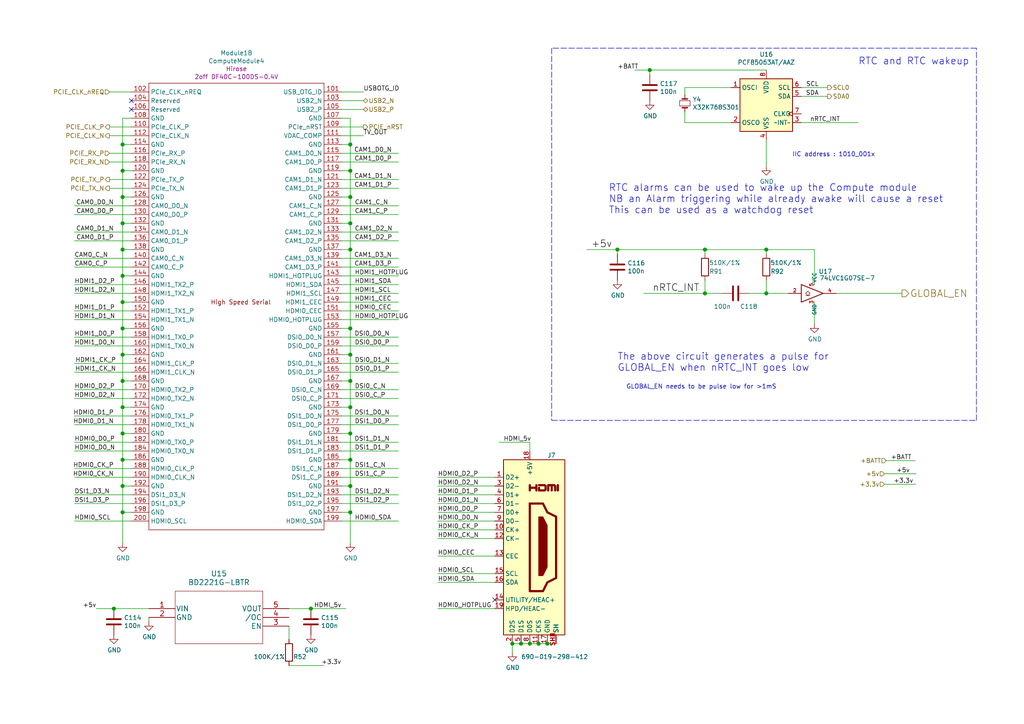
<source format=kicad_sch>
(kicad_sch (version 20210621) (generator eeschema)
  (paper "A4")
  (title_block (title "srvant-board MK1") (date "2021-07-14") (rev "rev-0.1dev"))
  (lib_symbols
    (symbol "BD2221G-LBTR:BD2221G-LBTR" (pin_names (offset 0.254))
      (property "Reference" "U" (at 20.32 10.16 0))
      (property "Value" "BD2221G-LBTR" (at 20.32 7.62 0))
      (symbol "BD2221G-LBTR_1_1"
        (polyline (pts (xy 7.62 -10.16) (xy 33.02 -10.16)) (stroke (width 0.127)))
        (polyline (pts (xy 7.62 5.08) (xy 7.62 -10.16)) (stroke (width 0.127)))
        (polyline (pts (xy 33.02 -10.16) (xy 33.02 5.08)) (stroke (width 0.127)))
        (polyline (pts (xy 33.02 5.08) (xy 7.62 5.08)) (stroke (width 0.127)))
        (pin unspecified line (at 0 0 0) (length 7.62) (name "VIN") (number "1"))
        (pin power_in line (at 0 -2.54 0) (length 7.62) (name "GND") (number "2"))
        (pin unspecified line (at 40.64 -5.08 180) (length 7.62) (name "EN") (number "3"))
        (pin unspecified line (at 40.64 -2.54 180) (length 7.62) (name "/OC") (number "4"))
        (pin output line (at 40.64 0 180) (length 7.62) (name "VOUT") (number "5"))
      )
    )
    (symbol "CM4IO:74LVC1G07_copy"
      (property "Reference" "U" (at -2.54 3.81 0))
      (property "Value" "74LVC1G07_copy" (at 0 -3.81 0))
      (symbol "74LVC1G07_copy_0_1"
        (polyline (pts (xy -2.54 -0.635) (xy -1.27 -0.635)))
        (polyline (pts (xy -3.81 2.54) (xy -3.81 -2.54) (xy 2.54 0) (xy -3.81 2.54)) (stroke (width 0.254)))
        (polyline (pts (xy -1.905 0.635) (xy -2.54 0) (xy -1.905 -0.635) (xy -1.27 0) (xy -1.905 0.635)))
      )
      (symbol "74LVC1G07_copy_1_1"
        (pin input line (at -7.62 0 0) (length 3.81) (name "~") (number "2"))
        (pin power_in line (at 0 -2.54 270) (length 0) (name "GND") (number "3"))
        (pin open_collector line (at 6.35 0 180) (length 3.81) (name "~") (number "4"))
        (pin power_in line (at 0 2.54 90) (length 0) (name "VCC") (number "5"))
      )
    )
    (symbol "CM4IO:ComputeModule4-CM4"
      (property "Reference" "Module" (at 113.03 -68.58 0))
      (property "Value" "ComputeModule4-CM4" (at 140.97 2.54 0))
      (property "Field4" "Hirose" (at 0 0 0))
      (property "Field5" "2x DF40C-100DS-0.4V" (at 0 -2.54 0))
      (symbol "ComputeModule4-CM4_1_0"
        (text "GPIO" (at 0 6.35 0) (effects (font (size 1.27 1.27))))
      )
      (symbol "ComputeModule4-CM4_1_1"
        (text "600mA Max" (at -8.89 -53.34 0) (effects (font (size 1.27 1.27))))
        (text "600mA Max" (at -8.89 -48.26 0) (effects (font (size 1.27 1.27))))
        (text "NB SD signals are only available" (at -1.27 -27.94 0) (effects (font (size 1.27 1.27))))
        (text "on modules without eMMC" (at -1.27 -30.48 0) (effects (font (size 1.27 1.27))))
        (rectangle (start -30.48 -71.12) (end 25.4 58.42))
        (pin power_in line (at 27.94 55.88 180) (length 2.54) (name "GND") (number "1"))
        (pin passive line (at -33.02 45.72 0) (length 2.54) (name "Ethernet_Pair0_N") (number "10"))
        (pin output line (at -33.02 -68.58 0) (length 2.54) (name "nEXTRST") (number "100"))
        (pin passive line (at 27.94 43.18 180) (length 2.54) (name "Ethernet_Pair2_P") (number "11"))
        (pin passive line (at -33.02 43.18 0) (length 2.54) (name "Ethernet_Pair0_P") (number "12"))
        (pin power_in line (at 27.94 40.64 180) (length 2.54) (name "GND") (number "13"))
        (pin power_in line (at -33.02 40.64 0) (length 2.54) (name "GND") (number "14"))
        (pin output line (at 27.94 38.1 180) (length 2.54) (name "Ethernet_nLED3(3.3v)") (number "15"))
        (pin input line (at -33.02 38.1 0) (length 2.54) (name "Ethernet_SYNC_IN(1.8v)") (number "16"))
        (pin output line (at 27.94 35.56 180) (length 2.54) (name "Ethernet_nLED2(3.3v)") (number "17"))
        (pin input line (at -33.02 35.56 0) (length 2.54) (name "Ethernet_SYNC_OUT(1.8v)") (number "18"))
        (pin output line (at 27.94 33.02 180) (length 2.54) (name "Ethernet_nLED1(3.3v)") (number "19"))
        (pin power_in line (at -33.02 55.88 0) (length 2.54) (name "GND") (number "2"))
        (pin passive line (at -33.02 33.02 0) (length 2.54) (name "EEPROM_nWP") (number "20"))
        (pin open_collector line (at 27.94 30.48 180) (length 2.54) (name "PI_nLED_Activity") (number "21"))
        (pin power_in line (at -33.02 30.48 0) (length 2.54) (name "GND") (number "22"))
        (pin power_in line (at 27.94 27.94 180) (length 2.54) (name "GND") (number "23"))
        (pin passive line (at -33.02 27.94 0) (length 2.54) (name "GPIO26") (number "24"))
        (pin passive line (at 27.94 25.4 180) (length 2.54) (name "GPIO21") (number "25"))
        (pin passive line (at -33.02 25.4 0) (length 2.54) (name "GPIO19") (number "26"))
        (pin passive line (at 27.94 22.86 180) (length 2.54) (name "GPIO20") (number "27"))
        (pin passive line (at -33.02 22.86 0) (length 2.54) (name "GPIO13") (number "28"))
        (pin passive line (at 27.94 20.32 180) (length 2.54) (name "GPIO16") (number "29"))
        (pin passive line (at 27.94 53.34 180) (length 2.54) (name "Ethernet_Pair3_P") (number "3"))
        (pin passive line (at -33.02 20.32 0) (length 2.54) (name "GPIO6") (number "30"))
        (pin passive line (at 27.94 17.78 180) (length 2.54) (name "GPIO12") (number "31"))
        (pin power_in line (at -33.02 17.78 0) (length 2.54) (name "GND") (number "32"))
        (pin power_in line (at 27.94 15.24 180) (length 2.54) (name "GND") (number "33"))
        (pin passive line (at -33.02 15.24 0) (length 2.54) (name "GPIO5") (number "34"))
        (pin passive line (at 27.94 12.7 180) (length 2.54) (name "ID_SC") (number "35"))
        (pin passive line (at -33.02 12.7 0) (length 2.54) (name "ID_SD") (number "36"))
        (pin passive line (at 27.94 10.16 180) (length 2.54) (name "GPIO7") (number "37"))
        (pin passive line (at -33.02 10.16 0) (length 2.54) (name "GPIO11") (number "38"))
        (pin passive line (at 27.94 7.62 180) (length 2.54) (name "GPIO8") (number "39"))
        (pin passive line (at -33.02 53.34 0) (length 2.54) (name "Ethernet_Pair1_P") (number "4"))
        (pin passive line (at -33.02 7.62 0) (length 2.54) (name "GPIO9") (number "40"))
        (pin passive line (at 27.94 5.08 180) (length 2.54) (name "GPIO25") (number "41"))
        (pin power_in line (at -33.02 5.08 0) (length 2.54) (name "GND") (number "42"))
        (pin power_in line (at 27.94 2.54 180) (length 2.54) (name "GND") (number "43"))
        (pin passive line (at -33.02 2.54 0) (length 2.54) (name "GPIO10") (number "44"))
        (pin passive line (at 27.94 0 180) (length 2.54) (name "GPIO24") (number "45"))
        (pin passive line (at -33.02 0 0) (length 2.54) (name "GPIO22") (number "46"))
        (pin passive line (at 27.94 -2.54 180) (length 2.54) (name "GPIO23") (number "47"))
        (pin passive line (at -33.02 -2.54 0) (length 2.54) (name "GPIO27") (number "48"))
        (pin passive line (at 27.94 -5.08 180) (length 2.54) (name "GPIO18") (number "49"))
        (pin passive line (at 27.94 50.8 180) (length 2.54) (name "Ethernet_Pair3_N") (number "5"))
        (pin passive line (at -33.02 -5.08 0) (length 2.54) (name "GPIO17") (number "50"))
        (pin passive line (at 27.94 -7.62 180) (length 2.54) (name "GPIO15") (number "51"))
        (pin power_in line (at -33.02 -7.62 0) (length 2.54) (name "GND") (number "52"))
        (pin power_in line (at 27.94 -10.16 180) (length 2.54) (name "GND") (number "53"))
        (pin passive line (at -33.02 -10.16 0) (length 2.54) (name "GPIO4") (number "54"))
        (pin passive line (at 27.94 -12.7 180) (length 2.54) (name "GPIO14") (number "55"))
        (pin passive line (at -33.02 -12.7 0) (length 2.54) (name "GPIO3") (number "56"))
        (pin passive line (at 27.94 -15.24 180) (length 2.54) (name "SD_CLK") (number "57"))
        (pin passive line (at -33.02 -15.24 0) (length 2.54) (name "GPIO2") (number "58"))
        (pin power_in line (at 27.94 -17.78 180) (length 2.54) (name "GND") (number "59"))
        (pin passive line (at -33.02 50.8 0) (length 2.54) (name "Ethernet_Pair1_N") (number "6"))
        (pin power_in line (at -33.02 -17.78 0) (length 2.54) (name "GND") (number "60"))
        (pin passive line (at 27.94 -20.32 180) (length 2.54) (name "SD_DAT3") (number "61"))
        (pin passive line (at -33.02 -20.32 0) (length 2.54) (name "SD_CMD") (number "62"))
        (pin passive line (at 27.94 -22.86 180) (length 2.54) (name "SD_DAT0") (number "63"))
        (pin passive line (at -33.02 -22.86 0) (length 2.54) (name "SD_DAT5") (number "64"))
        (pin power_in line (at 27.94 -25.4 180) (length 2.54) (name "GND") (number "65"))
        (pin power_in line (at -33.02 -25.4 0) (length 2.54) (name "GND") (number "66"))
        (pin passive line (at 27.94 -27.94 180) (length 2.54) (name "SD_DAT1") (number "67"))
        (pin passive line (at -33.02 -27.94 0) (length 2.54) (name "SD_DAT4") (number "68"))
        (pin passive line (at 27.94 -30.48 180) (length 2.54) (name "SD_DAT2") (number "69"))
        (pin power_in line (at 27.94 48.26 180) (length 2.54) (name "GND") (number "7"))
        (pin passive line (at -33.02 -30.48 0) (length 2.54) (name "SD_DAT7") (number "70"))
        (pin power_in line (at 27.94 -33.02 180) (length 2.54) (name "GND") (number "71"))
        (pin passive line (at -33.02 -33.02 0) (length 2.54) (name "SD_DAT6") (number "72"))
        (pin input line (at 27.94 -35.56 180) (length 2.54) (name "SD_VDD_Override") (number "73"))
        (pin power_in line (at -33.02 -35.56 0) (length 2.54) (name "GND") (number "74"))
        (pin output line (at 27.94 -38.1 180) (length 2.54) (name "SD_PWR_ON") (number "75"))
        (pin passive line (at -33.02 -38.1 0) (length 2.54) (name "Reserved") (number "76"))
        (pin power_in line (at 27.94 -40.64 180) (length 2.54) (name "+5v_(Input)") (number "77"))
        (pin power_in line (at -33.02 -40.64 0) (length 2.54) (name "GPIO_VREF(1.8v/3.3v_Input)") (number "78"))
        (pin power_in line (at 27.94 -43.18 180) (length 2.54) (name "+5v_(Input)") (number "79"))
        (pin power_in line (at -33.02 48.26 0) (length 2.54) (name "GND") (number "8"))
        (pin passive line (at -33.02 -43.18 0) (length 2.54) (name "SCL0") (number "80"))
        (pin power_in line (at 27.94 -45.72 180) (length 2.54) (name "+5v_(Input)") (number "81"))
        (pin passive line (at -33.02 -45.72 0) (length 2.54) (name "SDA0") (number "82"))
        (pin power_in line (at 27.94 -48.26 180) (length 2.54) (name "+5v_(Input)") (number "83"))
        (pin power_out line (at -33.02 -48.26 0) (length 2.54) (name "+3.3v_(Output)") (number "84"))
        (pin power_in line (at 27.94 -50.8 180) (length 2.54) (name "+5v_(Input)") (number "85"))
        (pin power_out line (at -33.02 -50.8 0) (length 2.54) (name "+3.3v_(Output)") (number "86"))
        (pin power_in line (at 27.94 -53.34 180) (length 2.54) (name "+5v_(Input)") (number "87"))
        (pin power_out line (at -33.02 -53.34 0) (length 2.54) (name "+1.8v_(Output)") (number "88"))
        (pin power_in line (at 27.94 -55.88 180) (length 2.54) (name "WiFi_nDisable") (number "89"))
        (pin passive line (at 27.94 45.72 180) (length 2.54) (name "Ethernet_Pair2_N") (number "9"))
        (pin power_out line (at -33.02 -55.88 0) (length 2.54) (name "+1.8v_(Output)") (number "90"))
        (pin power_in line (at 27.94 -58.42 180) (length 2.54) (name "BT_nDisable") (number "91"))
        (pin passive line (at -33.02 -58.42 0) (length 2.54) (name "RUN_PG") (number "92"))
        (pin input line (at 27.94 -60.96 180) (length 2.54) (name "nRPIBOOT") (number "93"))
        (pin passive line (at -33.02 -60.96 0) (length 2.54) (name "AnalogIP0") (number "94"))
        (pin output line (at 27.94 -63.5 180) (length 2.54) (name "nPI_LED_PWR") (number "95"))
        (pin passive line (at -33.02 -63.5 0) (length 2.54) (name "AnalogIP1") (number "96"))
        (pin passive line (at 27.94 -66.04 180) (length 2.54) (name "Camera_GPIO") (number "97"))
        (pin power_in line (at -33.02 -66.04 0) (length 2.54) (name "GND") (number "98"))
        (pin input line (at 27.94 -68.58 180) (length 2.54) (name "Global_EN") (number "99"))
      )
      (symbol "ComputeModule4-CM4_2_1"
        (text "High Speed Serial" (at 140.97 0 0) (effects (font (size 1.27 1.27))))
        (rectangle (start 114.3 -66.04) (end 165.1 63.5))
        (pin input line (at 170.18 60.96 180) (length 5.08) (name "USB_OTG_ID") (number "101"))
        (pin input line (at 109.22 60.96 0) (length 5.08) (name "PCIe_CLK_nREQ") (number "102"))
        (pin passive line (at 170.18 58.42 180) (length 5.08) (name "USB2_N") (number "103"))
        (pin passive line (at 109.22 58.42 0) (length 5.08) (name "Reserved") (number "104"))
        (pin passive line (at 170.18 55.88 180) (length 5.08) (name "USB2_P") (number "105"))
        (pin passive line (at 109.22 55.88 0) (length 5.08) (name "Reserved") (number "106"))
        (pin power_in line (at 170.18 53.34 180) (length 5.08) (name "GND") (number "107"))
        (pin power_in line (at 109.22 53.34 0) (length 5.08) (name "GND") (number "108"))
        (pin bidirectional line (at 170.18 50.8 180) (length 5.08) (name "PCIe_nRST") (number "109"))
        (pin output line (at 109.22 50.8 0) (length 5.08) (name "PCIe_CLK_P") (number "110"))
        (pin passive line (at 170.18 48.26 180) (length 5.08) (name "VDAC_COMP") (number "111"))
        (pin output line (at 109.22 48.26 0) (length 5.08) (name "PCIe_CLK_N") (number "112"))
        (pin power_in line (at 170.18 45.72 180) (length 5.08) (name "GND") (number "113"))
        (pin power_in line (at 109.22 45.72 0) (length 5.08) (name "GND") (number "114"))
        (pin input line (at 170.18 43.18 180) (length 5.08) (name "CAM1_D0_N") (number "115"))
        (pin input line (at 109.22 43.18 0) (length 5.08) (name "PCIe_RX_P") (number "116"))
        (pin input line (at 170.18 40.64 180) (length 5.08) (name "CAM1_D0_P") (number "117"))
        (pin input line (at 109.22 40.64 0) (length 5.08) (name "PCIe_RX_N") (number "118"))
        (pin power_in line (at 170.18 38.1 180) (length 5.08) (name "GND") (number "119"))
        (pin power_in line (at 109.22 38.1 0) (length 5.08) (name "GND") (number "120"))
        (pin input line (at 170.18 35.56 180) (length 5.08) (name "CAM1_D1_N") (number "121"))
        (pin output line (at 109.22 35.56 0) (length 5.08) (name "PCIe_TX_P") (number "122"))
        (pin input line (at 170.18 33.02 180) (length 5.08) (name "CAM1_D1_P") (number "123"))
        (pin output line (at 109.22 33.02 0) (length 5.08) (name "PCIe_TX_N") (number "124"))
        (pin power_in line (at 170.18 30.48 180) (length 5.08) (name "GND") (number "125"))
        (pin power_in line (at 109.22 30.48 0) (length 5.08) (name "GND") (number "126"))
        (pin input line (at 170.18 27.94 180) (length 5.08) (name "CAM1_C_N") (number "127"))
        (pin input line (at 109.22 27.94 0) (length 5.08) (name "CAM0_D0_N") (number "128"))
        (pin input line (at 170.18 25.4 180) (length 5.08) (name "CAM1_C_P") (number "129"))
        (pin input line (at 109.22 25.4 0) (length 5.08) (name "CAM0_D0_P") (number "130"))
        (pin power_in line (at 170.18 22.86 180) (length 5.08) (name "GND") (number "131"))
        (pin power_in line (at 109.22 22.86 0) (length 5.08) (name "GND") (number "132"))
        (pin input line (at 170.18 20.32 180) (length 5.08) (name "CAM1_D2_N") (number "133"))
        (pin input line (at 109.22 20.32 0) (length 5.08) (name "CAM0_D1_N") (number "134"))
        (pin input line (at 170.18 17.78 180) (length 5.08) (name "CAM1_D2_P") (number "135"))
        (pin input line (at 109.22 17.78 0) (length 5.08) (name "CAM0_D1_P") (number "136"))
        (pin power_in line (at 170.18 15.24 180) (length 5.08) (name "GND") (number "137"))
        (pin power_in line (at 109.22 15.24 0) (length 5.08) (name "GND") (number "138"))
        (pin input line (at 170.18 12.7 180) (length 5.08) (name "CAM1_D3_N") (number "139"))
        (pin input line (at 109.22 12.7 0) (length 5.08) (name "CAM0_C_N") (number "140"))
        (pin input line (at 170.18 10.16 180) (length 5.08) (name "CAM1_D3_P") (number "141"))
        (pin input line (at 109.22 10.16 0) (length 5.08) (name "CAM0_C_P") (number "142"))
        (pin input line (at 170.18 7.62 180) (length 5.08) (name "HDMI1_HOTPLUG") (number "143"))
        (pin power_in line (at 109.22 7.62 0) (length 5.08) (name "GND") (number "144"))
        (pin bidirectional line (at 170.18 5.08 180) (length 5.08) (name "HDMI1_SDA") (number "145"))
        (pin output line (at 109.22 5.08 0) (length 5.08) (name "HDMI1_TX2_P") (number "146"))
        (pin open_collector line (at 170.18 2.54 180) (length 5.08) (name "HDMI1_SCL") (number "147"))
        (pin output line (at 109.22 2.54 0) (length 5.08) (name "HDMI1_TX2_N") (number "148"))
        (pin open_collector line (at 170.18 0 180) (length 5.08) (name "HDMI1_CEC") (number "149"))
        (pin power_in line (at 109.22 0 0) (length 5.08) (name "GND") (number "150"))
        (pin open_collector line (at 170.18 -2.54 180) (length 5.08) (name "HDMI0_CEC") (number "151"))
        (pin output line (at 109.22 -2.54 0) (length 5.08) (name "HDMI1_TX1_P") (number "152"))
        (pin input line (at 170.18 -5.08 180) (length 5.08) (name "HDMI0_HOTPLUG") (number "153"))
        (pin output line (at 109.22 -5.08 0) (length 5.08) (name "HDMI1_TX1_N") (number "154"))
        (pin power_in line (at 170.18 -7.62 180) (length 5.08) (name "GND") (number "155"))
        (pin power_in line (at 109.22 -7.62 0) (length 5.08) (name "GND") (number "156"))
        (pin output line (at 170.18 -10.16 180) (length 5.08) (name "DSI0_D0_N") (number "157"))
        (pin output line (at 109.22 -10.16 0) (length 5.08) (name "HDMI1_TX0_P") (number "158"))
        (pin output line (at 170.18 -12.7 180) (length 5.08) (name "DSI0_D0_P") (number "159"))
        (pin output line (at 109.22 -12.7 0) (length 5.08) (name "HDMI1_TX0_N") (number "160"))
        (pin power_in line (at 170.18 -15.24 180) (length 5.08) (name "GND") (number "161"))
        (pin power_in line (at 109.22 -15.24 0) (length 5.08) (name "GND") (number "162"))
        (pin output line (at 170.18 -17.78 180) (length 5.08) (name "DSI0_D1_N") (number "163"))
        (pin output line (at 109.22 -17.78 0) (length 5.08) (name "HDMI1_CLK_P") (number "164"))
        (pin output line (at 170.18 -20.32 180) (length 5.08) (name "DSI0_D1_P") (number "165"))
        (pin output line (at 109.22 -20.32 0) (length 5.08) (name "HDMI1_CLK_N") (number "166"))
        (pin power_in line (at 170.18 -22.86 180) (length 5.08) (name "GND") (number "167"))
        (pin power_in line (at 109.22 -22.86 0) (length 5.08) (name "GND") (number "168"))
        (pin output line (at 170.18 -25.4 180) (length 5.08) (name "DSI0_C_N") (number "169"))
        (pin output line (at 109.22 -25.4 0) (length 5.08) (name "HDMI0_TX2_P") (number "170"))
        (pin output line (at 170.18 -27.94 180) (length 5.08) (name "DSI0_C_P") (number "171"))
        (pin output line (at 109.22 -27.94 0) (length 5.08) (name "HDMI0_TX2_N") (number "172"))
        (pin power_in line (at 170.18 -30.48 180) (length 5.08) (name "GND") (number "173"))
        (pin power_in line (at 109.22 -30.48 0) (length 5.08) (name "GND") (number "174"))
        (pin output line (at 170.18 -33.02 180) (length 5.08) (name "DSI1_D0_N") (number "175"))
        (pin output line (at 109.22 -33.02 0) (length 5.08) (name "HDMI0_TX1_P") (number "176"))
        (pin output line (at 170.18 -35.56 180) (length 5.08) (name "DSI1_D0_P") (number "177"))
        (pin output line (at 109.22 -35.56 0) (length 5.08) (name "HDMI0_TX1_N") (number "178"))
        (pin power_in line (at 170.18 -38.1 180) (length 5.08) (name "GND") (number "179"))
        (pin power_in line (at 109.22 -38.1 0) (length 5.08) (name "GND") (number "180"))
        (pin output line (at 170.18 -40.64 180) (length 5.08) (name "DSI1_D1_N") (number "181"))
        (pin output line (at 109.22 -40.64 0) (length 5.08) (name "HDMI0_TX0_P") (number "182"))
        (pin output line (at 170.18 -43.18 180) (length 5.08) (name "DSI1_D1_P") (number "183"))
        (pin output line (at 109.22 -43.18 0) (length 5.08) (name "HDMI0_TX0_N") (number "184"))
        (pin power_in line (at 170.18 -45.72 180) (length 5.08) (name "GND") (number "185"))
        (pin power_in line (at 109.22 -45.72 0) (length 5.08) (name "GND") (number "186"))
        (pin output line (at 170.18 -48.26 180) (length 5.08) (name "DSI1_C_N") (number "187"))
        (pin output line (at 109.22 -48.26 0) (length 5.08) (name "HDMI0_CLK_P") (number "188"))
        (pin output line (at 170.18 -50.8 180) (length 5.08) (name "DSI1_C_P") (number "189"))
        (pin output line (at 109.22 -50.8 0) (length 5.08) (name "HDMI0_CLK_N") (number "190"))
        (pin power_in line (at 170.18 -53.34 180) (length 5.08) (name "GND") (number "191"))
        (pin power_in line (at 109.22 -53.34 0) (length 5.08) (name "GND") (number "192"))
        (pin output line (at 170.18 -55.88 180) (length 5.08) (name "DSI1_D2_N") (number "193"))
        (pin output line (at 109.22 -55.88 0) (length 5.08) (name "DSI1_D3_N") (number "194"))
        (pin output line (at 170.18 -58.42 180) (length 5.08) (name "DSI1_D2_P") (number "195"))
        (pin output line (at 109.22 -58.42 0) (length 5.08) (name "DSI1_D3_P") (number "196"))
        (pin power_in line (at 170.18 -60.96 180) (length 5.08) (name "GND") (number "197"))
        (pin power_in line (at 109.22 -60.96 0) (length 5.08) (name "GND") (number "198"))
        (pin bidirectional line (at 170.18 -63.5 180) (length 5.08) (name "HDMI0_SDA") (number "199"))
        (pin open_collector line (at 109.22 -63.5 0) (length 5.08) (name "HDMI0_SCL") (number "200"))
      )
    )
    (symbol "CM4IO:HDMI_A_1.4"
      (property "Reference" "J" (at -6.35 26.67 0))
      (property "Value" "HDMI_A_1.4" (at 10.16 26.67 0))
      (symbol "HDMI_A_1.4_0_0"
        (polyline (pts (xy 8.128 16.51) (xy 8.128 18.034)) (stroke (width 0.635)))
        (polyline (pts (xy 0 16.51) (xy 0 18.034) (xy 0 17.272) (xy 1.905 17.272) (xy 1.905 18.034) (xy 1.905 16.51)) (stroke (width 0.635)))
        (polyline (pts (xy 2.667 18.034) (xy 4.318 18.034) (xy 4.572 17.78) (xy 4.572 16.764) (xy 4.318 16.51) (xy 2.667 16.51) (xy 2.667 17.272)) (stroke (width 0.635)))
        (pin passive line (at 7.62 -27.94 90) (length 2.54) (name "SH") (number "SH2"))
        (pin passive line (at 7.62 -27.94 90) (length 2.54) (name "SH") (number "SH3"))
        (pin passive line (at 7.62 -27.94 90) (length 2.54) (name "SH") (number "SH4"))
      )
      (symbol "HDMI_A_1.4_0_1"
        (rectangle (start -7.62 25.4) (end 10.16 -25.4) (stroke (width 0.254)) (fill (type background)))
        (polyline (pts (xy 5.334 16.51) (xy 5.334 18.034) (xy 6.35 18.034) (xy 6.35 16.51) (xy 6.35 18.034) (xy 7.112 18.034) (xy 7.366 17.78) (xy 7.366 16.51)) (stroke (width 0.635)))
        (polyline (pts (xy 0 12.7) (xy 0 -12.7) (xy 3.81 -12.7) (xy 5.08 -10.16) (xy 7.62 -8.89) (xy 7.62 8.89) (xy 5.08 10.16) (xy 3.81 12.7) (xy 0 12.7)) (stroke (width 0.635)))
        (polyline (pts (xy 2.54 8.89) (xy 3.81 8.89) (xy 5.08 6.35) (xy 5.08 -5.715) (xy 3.81 -8.255) (xy 2.54 -8.255) (xy 2.54 8.89)) (fill (type outline)))
      )
      (symbol "HDMI_A_1.4_1_1"
        (pin passive line (at -10.16 20.32 0) (length 2.54) (name "D2+") (number "1"))
        (pin passive line (at -10.16 5.08 0) (length 2.54) (name "CK+") (number "10"))
        (pin power_in line (at 2.54 -27.94 90) (length 2.54) (name "CKS") (number "11"))
        (pin passive line (at -10.16 2.54 0) (length 2.54) (name "CK-") (number "12"))
        (pin bidirectional line (at -10.16 -2.54 0) (length 2.54) (name "CEC") (number "13"))
        (pin passive line (at -10.16 -15.24 0) (length 2.54) (name "UTILITY/HEAC+") (number "14"))
        (pin passive line (at -10.16 -7.62 0) (length 2.54) (name "SCL") (number "15"))
        (pin bidirectional line (at -10.16 -10.16 0) (length 2.54) (name "SDA") (number "16"))
        (pin power_in line (at 5.08 -27.94 90) (length 2.54) (name "GND") (number "17"))
        (pin power_in line (at 0 27.94 270) (length 2.54) (name "+5V") (number "18"))
        (pin passive line (at -10.16 -17.78 0) (length 2.54) (name "HPD/HEAC-") (number "19"))
        (pin power_in line (at -5.08 -27.94 90) (length 2.54) (name "D2S") (number "2"))
        (pin passive line (at -10.16 17.78 0) (length 2.54) (name "D2-") (number "3"))
        (pin passive line (at -10.16 15.24 0) (length 2.54) (name "D1+") (number "4"))
        (pin power_in line (at -2.54 -27.94 90) (length 2.54) (name "D1S") (number "5"))
        (pin passive line (at -10.16 12.7 0) (length 2.54) (name "D1-") (number "6"))
        (pin passive line (at -10.16 10.16 0) (length 2.54) (name "D0+") (number "7"))
        (pin power_in line (at 0 -27.94 90) (length 2.54) (name "D0S") (number "8"))
        (pin passive line (at -10.16 7.62 0) (length 2.54) (name "D0-") (number "9"))
        (pin passive line (at 7.62 -27.94 90) (length 2.54) (name "SH") (number "SH1"))
      )
    )
    (symbol "Device:C" (pin_numbers hide) (pin_names (offset 0.254))
      (property "Reference" "C" (at 0.635 2.54 0))
      (property "Value" "C" (at 0.635 -2.54 0))
      (symbol "C_0_1"
        (polyline (pts (xy -2.032 -0.762) (xy 2.032 -0.762)) (stroke (width 0.508)))
        (polyline (pts (xy -2.032 0.762) (xy 2.032 0.762)) (stroke (width 0.508)))
      )
      (symbol "C_1_1"
        (pin passive line (at 0 3.81 270) (length 2.794) (name "~") (number "1"))
        (pin passive line (at 0 -3.81 90) (length 2.794) (name "~") (number "2"))
      )
    )
    (symbol "Device:Crystal_Small" (pin_numbers hide) (pin_names hide)
      (property "Reference" "Y" (at 0 2.54 0))
      (property "Value" "Crystal_Small" (at 0 -2.54 0))
      (symbol "Crystal_Small_0_1"
        (rectangle (start -0.762 -1.524) (end 0.762 1.524))
        (polyline (pts (xy -1.27 -0.762) (xy -1.27 0.762)) (stroke (width 0.381)))
        (polyline (pts (xy 1.27 -0.762) (xy 1.27 0.762)) (stroke (width 0.381)))
      )
      (symbol "Crystal_Small_1_1"
        (pin passive line (at -2.54 0 0) (length 1.27) (name "1") (number "1"))
        (pin passive line (at 2.54 0 180) (length 1.27) (name "2") (number "2"))
      )
    )
    (symbol "Device:R" (pin_numbers hide) (pin_names (offset 0))
      (property "Reference" "R" (at 2.032 0 90))
      (property "Value" "R" (at 0 0 90))
      (symbol "R_0_1"
        (rectangle (start -1.016 -2.54) (end 1.016 2.54) (stroke (width 0.254)))
      )
      (symbol "R_1_1"
        (pin passive line (at 0 3.81 270) (length 1.27) (name "~") (number "1"))
        (pin passive line (at 0 -3.81 90) (length 1.27) (name "~") (number "2"))
      )
    )
    (symbol "Timer_RTC:PCF8563T"
      (property "Reference" "U" (at -7.62 8.89 0))
      (property "Value" "PCF8563T" (at 2.54 8.89 0))
      (symbol "PCF8563T_0_1"
        (rectangle (start -7.62 7.62) (end 7.62 -7.62) (stroke (width 0.254)) (fill (type background)))
      )
      (symbol "PCF8563T_1_1"
        (pin input line (at -10.16 5.08 0) (length 2.54) (name "OSCI") (number "1"))
        (pin output line (at -10.16 -5.08 0) (length 2.54) (name "OSCO") (number "2"))
        (pin output line (at 10.16 -5.08 180) (length 2.54) (name "~INT~") (number "3"))
        (pin power_in line (at 0 -10.16 90) (length 2.54) (name "VSS") (number "4"))
        (pin bidirectional line (at 10.16 2.54 180) (length 2.54) (name "SDA") (number "5"))
        (pin input line (at 10.16 5.08 180) (length 2.54) (name "SCL") (number "6"))
        (pin output clock (at 10.16 -2.54 180) (length 2.54) (name "CLKO") (number "7"))
        (pin power_in line (at 0 10.16 270) (length 2.54) (name "VDD") (number "8"))
      )
    )
    (symbol "power:GND" (power) (pin_names (offset 0))
      (property "Value" "GND" (at 0 -3.81 0))
      (symbol "GND_0_1"
        (polyline (pts (xy 0 0) (xy 0 -1.27) (xy 1.27 -1.27) (xy 0 -2.54) (xy -1.27 -1.27) (xy 0 -1.27)))
      )
      (symbol "GND_1_1"
        (pin power_in line (at 0 0 270) (length 0) hide (name "GND") (number "1"))
      )
    )
  )
  (junction (at 33.02 176.53) (diameter 1.016))
  (junction (at 35.56 41.91) (diameter 1.016))
  (junction (at 35.56 49.53) (diameter 1.016))
  (junction (at 35.56 57.15) (diameter 1.016))
  (junction (at 35.56 64.77) (diameter 1.016))
  (junction (at 35.56 72.39) (diameter 1.016))
  (junction (at 35.56 80.01) (diameter 1.016))
  (junction (at 35.56 87.63) (diameter 1.016))
  (junction (at 35.56 95.25) (diameter 1.016))
  (junction (at 35.56 102.87) (diameter 1.016))
  (junction (at 35.56 110.49) (diameter 1.016))
  (junction (at 35.56 118.11) (diameter 1.016))
  (junction (at 35.56 125.73) (diameter 1.016))
  (junction (at 35.56 133.35) (diameter 1.016))
  (junction (at 35.56 140.97) (diameter 1.016))
  (junction (at 35.56 148.59) (diameter 1.016))
  (junction (at 90.17 176.53) (diameter 1.016))
  (junction (at 101.6 41.91) (diameter 1.016))
  (junction (at 101.6 49.53) (diameter 1.016))
  (junction (at 101.6 57.15) (diameter 1.016))
  (junction (at 101.6 64.77) (diameter 1.016))
  (junction (at 101.6 72.39) (diameter 1.016))
  (junction (at 101.6 95.25) (diameter 1.016))
  (junction (at 101.6 102.87) (diameter 1.016))
  (junction (at 101.6 110.49) (diameter 1.016))
  (junction (at 101.6 118.11) (diameter 1.016))
  (junction (at 101.6 125.73) (diameter 1.016))
  (junction (at 101.6 133.35) (diameter 1.016))
  (junction (at 101.6 140.97) (diameter 1.016))
  (junction (at 101.6 148.59) (diameter 1.016))
  (junction (at 148.59 186.69) (diameter 1.016))
  (junction (at 151.13 186.69) (diameter 1.016))
  (junction (at 153.67 186.69) (diameter 1.016))
  (junction (at 156.21 186.69) (diameter 1.016))
  (junction (at 158.75 186.69) (diameter 1.016))
  (junction (at 179.07 72.39) (diameter 1.016))
  (junction (at 188.468 20.32) (diameter 1.016))
  (junction (at 204.47 72.39) (diameter 1.016))
  (junction (at 204.47 85.09) (diameter 1.016))
  (junction (at 222.25 72.39) (diameter 1.016))
  (junction (at 222.25 85.09) (diameter 1.016))
  (no_connect (at 38.1 29.21))
  (no_connect (at 38.1 31.75))
  (no_connect (at 143.51 173.99))
  (wire (pts (xy 21.59 74.93) (xy 38.1 74.93)))
  (wire (pts (xy 21.59 77.47) (xy 38.1 77.47)))
  (wire (pts (xy 21.59 82.55) (xy 38.1 82.55)))
  (wire (pts (xy 21.59 85.09) (xy 38.1 85.09)))
  (wire (pts (xy 21.59 90.17) (xy 38.1 90.17)))
  (wire (pts (xy 21.59 92.71) (xy 38.1 92.71)))
  (wire (pts (xy 21.59 97.79) (xy 38.1 97.79)))
  (wire (pts (xy 21.59 100.33) (xy 38.1 100.33)))
  (wire (pts (xy 21.59 113.03) (xy 38.1 113.03)))
  (wire (pts (xy 21.59 115.57) (xy 38.1 115.57)))
  (wire (pts (xy 21.59 128.27) (xy 38.1 128.27)))
  (wire (pts (xy 21.59 130.81) (xy 38.1 130.81)))
  (wire (pts (xy 21.59 143.51) (xy 38.1 143.51)))
  (wire (pts (xy 21.59 146.05) (xy 38.1 146.05)))
  (wire (pts (xy 21.59 151.13) (xy 38.1 151.13)))
  (wire (pts (xy 27.94 176.53) (xy 33.02 176.53)))
  (wire (pts (xy 31.75 26.67) (xy 38.1 26.67)))
  (wire (pts (xy 31.75 36.83) (xy 38.1 36.83)))
  (wire (pts (xy 31.75 39.37) (xy 38.1 39.37)))
  (wire (pts (xy 31.75 52.07) (xy 38.1 52.07)))
  (wire (pts (xy 31.75 54.61) (xy 38.1 54.61)))
  (wire (pts (xy 33.02 176.53) (xy 43.18 176.53)))
  (wire (pts (xy 35.56 34.29) (xy 35.56 41.91)))
  (wire (pts (xy 35.56 41.91) (xy 35.56 49.53)))
  (wire (pts (xy 35.56 41.91) (xy 38.1 41.91)))
  (wire (pts (xy 35.56 49.53) (xy 35.56 57.15)))
  (wire (pts (xy 35.56 49.53) (xy 38.1 49.53)))
  (wire (pts (xy 35.56 57.15) (xy 35.56 64.77)))
  (wire (pts (xy 35.56 57.15) (xy 38.1 57.15)))
  (wire (pts (xy 35.56 64.77) (xy 35.56 72.39)))
  (wire (pts (xy 35.56 64.77) (xy 38.1 64.77)))
  (wire (pts (xy 35.56 72.39) (xy 35.56 80.01)))
  (wire (pts (xy 35.56 72.39) (xy 38.1 72.39)))
  (wire (pts (xy 35.56 80.01) (xy 35.56 87.63)))
  (wire (pts (xy 35.56 80.01) (xy 38.1 80.01)))
  (wire (pts (xy 35.56 87.63) (xy 35.56 95.25)))
  (wire (pts (xy 35.56 87.63) (xy 38.1 87.63)))
  (wire (pts (xy 35.56 95.25) (xy 35.56 102.87)))
  (wire (pts (xy 35.56 95.25) (xy 38.1 95.25)))
  (wire (pts (xy 35.56 102.87) (xy 35.56 110.49)))
  (wire (pts (xy 35.56 102.87) (xy 38.1 102.87)))
  (wire (pts (xy 35.56 110.49) (xy 35.56 118.11)))
  (wire (pts (xy 35.56 110.49) (xy 38.1 110.49)))
  (wire (pts (xy 35.56 118.11) (xy 35.56 125.73)))
  (wire (pts (xy 35.56 118.11) (xy 38.1 118.11)))
  (wire (pts (xy 35.56 125.73) (xy 35.56 133.35)))
  (wire (pts (xy 35.56 125.73) (xy 38.1 125.73)))
  (wire (pts (xy 35.56 133.35) (xy 35.56 140.97)))
  (wire (pts (xy 35.56 133.35) (xy 38.1 133.35)))
  (wire (pts (xy 35.56 140.97) (xy 35.56 148.59)))
  (wire (pts (xy 35.56 148.59) (xy 35.56 157.48)))
  (wire (pts (xy 38.1 34.29) (xy 35.56 34.29)))
  (wire (pts (xy 38.1 44.45) (xy 31.75 44.45)))
  (wire (pts (xy 38.1 46.99) (xy 31.75 46.99)))
  (wire (pts (xy 38.1 59.69) (xy 21.59 59.69)))
  (wire (pts (xy 38.1 62.23) (xy 21.59 62.23)))
  (wire (pts (xy 38.1 67.31) (xy 21.59 67.31)))
  (wire (pts (xy 38.1 69.85) (xy 21.59 69.85)))
  (wire (pts (xy 38.1 105.41) (xy 21.59 105.41)))
  (wire (pts (xy 38.1 107.95) (xy 21.59 107.95)))
  (wire (pts (xy 38.1 120.65) (xy 21.59 120.65)))
  (wire (pts (xy 38.1 123.19) (xy 21.59 123.19)))
  (wire (pts (xy 38.1 135.89) (xy 21.59 135.89)))
  (wire (pts (xy 38.1 138.43) (xy 21.59 138.43)))
  (wire (pts (xy 38.1 140.97) (xy 35.56 140.97)))
  (wire (pts (xy 38.1 148.59) (xy 35.56 148.59)))
  (wire (pts (xy 43.18 179.07) (xy 43.18 180.34)))
  (wire (pts (xy 83.82 176.53) (xy 90.17 176.53)))
  (wire (pts (xy 83.82 181.61) (xy 83.82 185.42)))
  (wire (pts (xy 83.82 193.04) (xy 93.98 193.04)))
  (wire (pts (xy 90.17 176.53) (xy 100.33 176.53)))
  (wire (pts (xy 99.06 29.21) (xy 105.41 29.21)))
  (wire (pts (xy 99.06 31.75) (xy 105.41 31.75)))
  (wire (pts (xy 99.06 36.83) (xy 105.41 36.83)))
  (wire (pts (xy 99.06 39.37) (xy 105.41 39.37)))
  (wire (pts (xy 99.06 41.91) (xy 101.6 41.91)))
  (wire (pts (xy 99.06 49.53) (xy 101.6 49.53)))
  (wire (pts (xy 99.06 57.15) (xy 101.6 57.15)))
  (wire (pts (xy 99.06 59.69) (xy 115.57 59.69)))
  (wire (pts (xy 99.06 62.23) (xy 115.57 62.23)))
  (wire (pts (xy 99.06 64.77) (xy 101.6 64.77)))
  (wire (pts (xy 99.06 67.31) (xy 115.57 67.31)))
  (wire (pts (xy 99.06 69.85) (xy 115.57 69.85)))
  (wire (pts (xy 99.06 72.39) (xy 101.6 72.39)))
  (wire (pts (xy 99.06 80.01) (xy 115.57 80.01)))
  (wire (pts (xy 99.06 82.55) (xy 115.57 82.55)))
  (wire (pts (xy 99.06 85.09) (xy 115.57 85.09)))
  (wire (pts (xy 99.06 87.63) (xy 115.57 87.63)))
  (wire (pts (xy 99.06 90.17) (xy 115.57 90.17)))
  (wire (pts (xy 99.06 92.71) (xy 115.57 92.71)))
  (wire (pts (xy 99.06 95.25) (xy 101.6 95.25)))
  (wire (pts (xy 99.06 102.87) (xy 101.6 102.87)))
  (wire (pts (xy 99.06 105.41) (xy 115.57 105.41)))
  (wire (pts (xy 99.06 107.95) (xy 115.57 107.95)))
  (wire (pts (xy 99.06 110.49) (xy 101.6 110.49)))
  (wire (pts (xy 99.06 113.03) (xy 115.57 113.03)))
  (wire (pts (xy 99.06 115.57) (xy 115.57 115.57)))
  (wire (pts (xy 99.06 118.11) (xy 101.6 118.11)))
  (wire (pts (xy 99.06 125.73) (xy 101.6 125.73)))
  (wire (pts (xy 99.06 133.35) (xy 101.6 133.35)))
  (wire (pts (xy 99.06 135.89) (xy 115.57 135.89)))
  (wire (pts (xy 99.06 138.43) (xy 115.57 138.43)))
  (wire (pts (xy 99.06 140.97) (xy 101.6 140.97)))
  (wire (pts (xy 99.06 143.51) (xy 115.57 143.51)))
  (wire (pts (xy 99.06 146.05) (xy 115.57 146.05)))
  (wire (pts (xy 99.06 148.59) (xy 101.6 148.59)))
  (wire (pts (xy 99.06 151.13) (xy 115.57 151.13)))
  (wire (pts (xy 101.6 34.29) (xy 99.06 34.29)))
  (wire (pts (xy 101.6 41.91) (xy 101.6 34.29)))
  (wire (pts (xy 101.6 49.53) (xy 101.6 41.91)))
  (wire (pts (xy 101.6 57.15) (xy 101.6 49.53)))
  (wire (pts (xy 101.6 64.77) (xy 101.6 57.15)))
  (wire (pts (xy 101.6 72.39) (xy 101.6 64.77)))
  (wire (pts (xy 101.6 72.39) (xy 101.6 95.25)))
  (wire (pts (xy 101.6 95.25) (xy 101.6 102.87)))
  (wire (pts (xy 101.6 102.87) (xy 101.6 110.49)))
  (wire (pts (xy 101.6 110.49) (xy 101.6 118.11)))
  (wire (pts (xy 101.6 118.11) (xy 101.6 125.73)))
  (wire (pts (xy 101.6 125.73) (xy 101.6 133.35)))
  (wire (pts (xy 101.6 133.35) (xy 101.6 140.97)))
  (wire (pts (xy 101.6 140.97) (xy 101.6 148.59)))
  (wire (pts (xy 101.6 148.59) (xy 101.6 157.48)))
  (wire (pts (xy 105.41 26.67) (xy 99.06 26.67)))
  (wire (pts (xy 115.57 44.45) (xy 99.06 44.45)))
  (wire (pts (xy 115.57 46.99) (xy 99.06 46.99)))
  (wire (pts (xy 115.57 52.07) (xy 99.06 52.07)))
  (wire (pts (xy 115.57 54.61) (xy 99.06 54.61)))
  (wire (pts (xy 115.57 74.93) (xy 99.06 74.93)))
  (wire (pts (xy 115.57 77.47) (xy 99.06 77.47)))
  (wire (pts (xy 115.57 97.79) (xy 99.06 97.79)))
  (wire (pts (xy 115.57 100.33) (xy 99.06 100.33)))
  (wire (pts (xy 115.57 120.65) (xy 99.06 120.65)))
  (wire (pts (xy 115.57 123.19) (xy 99.06 123.19)))
  (wire (pts (xy 115.57 128.27) (xy 99.06 128.27)))
  (wire (pts (xy 115.57 130.81) (xy 99.06 130.81)))
  (wire (pts (xy 127 138.43) (xy 143.51 138.43)))
  (wire (pts (xy 127 140.97) (xy 143.51 140.97)))
  (wire (pts (xy 127 143.51) (xy 143.51 143.51)))
  (wire (pts (xy 127 146.05) (xy 143.51 146.05)))
  (wire (pts (xy 127 148.59) (xy 143.51 148.59)))
  (wire (pts (xy 127 151.13) (xy 143.51 151.13)))
  (wire (pts (xy 127 153.67) (xy 143.51 153.67)))
  (wire (pts (xy 127 156.21) (xy 143.51 156.21)))
  (wire (pts (xy 127 161.29) (xy 143.51 161.29)))
  (wire (pts (xy 127 166.37) (xy 143.51 166.37)))
  (wire (pts (xy 127 168.91) (xy 143.51 168.91)))
  (wire (pts (xy 127 176.53) (xy 143.51 176.53)))
  (wire (pts (xy 144.78 128.27) (xy 153.67 128.27)))
  (wire (pts (xy 148.59 186.69) (xy 148.59 189.23)))
  (wire (pts (xy 148.59 186.69) (xy 151.13 186.69)))
  (wire (pts (xy 151.13 186.69) (xy 153.67 186.69)))
  (wire (pts (xy 153.67 128.27) (xy 153.67 130.81)))
  (wire (pts (xy 153.67 186.69) (xy 156.21 186.69)))
  (wire (pts (xy 156.21 186.69) (xy 158.75 186.69)))
  (wire (pts (xy 158.75 186.69) (xy 161.29 186.69)))
  (wire (pts (xy 170.18 72.39) (xy 179.07 72.39)))
  (wire (pts (xy 179.07 72.39) (xy 204.47 72.39)))
  (wire (pts (xy 179.07 73.66) (xy 179.07 72.39)))
  (wire (pts (xy 184.15 20.32) (xy 188.468 20.32)))
  (wire (pts (xy 186.69 85.09) (xy 204.47 85.09)))
  (wire (pts (xy 188.468 20.32) (xy 188.468 21.6154)))
  (wire (pts (xy 188.468 20.32) (xy 222.25 20.32)))
  (wire (pts (xy 198.628 25.4) (xy 198.628 27.432)))
  (wire (pts (xy 198.628 25.4) (xy 212.09 25.4)))
  (wire (pts (xy 198.628 35.56) (xy 198.628 32.512)))
  (wire (pts (xy 204.47 72.39) (xy 204.47 73.66)))
  (wire (pts (xy 204.47 72.39) (xy 222.25 72.39)))
  (wire (pts (xy 204.47 85.09) (xy 204.47 81.28)))
  (wire (pts (xy 204.47 85.09) (xy 209.55 85.09)))
  (wire (pts (xy 212.09 35.56) (xy 198.628 35.56)))
  (wire (pts (xy 217.17 85.09) (xy 222.25 85.09)))
  (wire (pts (xy 222.25 40.64) (xy 222.25 48.26)))
  (wire (pts (xy 222.25 72.39) (xy 222.25 73.66)))
  (wire (pts (xy 222.25 72.39) (xy 236.22 72.39)))
  (wire (pts (xy 222.25 85.09) (xy 222.25 81.28)))
  (wire (pts (xy 222.25 85.09) (xy 228.6 85.09)))
  (wire (pts (xy 232.41 35.56) (xy 248.92 35.56)))
  (wire (pts (xy 236.22 72.39) (xy 236.22 82.55)))
  (wire (pts (xy 236.22 87.63) (xy 236.22 93.98)))
  (wire (pts (xy 240.03 25.4) (xy 232.41 25.4)))
  (wire (pts (xy 240.03 27.94) (xy 232.41 27.94)))
  (wire (pts (xy 242.57 85.09) (xy 261.62 85.09)))
  (wire (pts (xy 256.54 137.414) (xy 265.684 137.414)))
  (wire (pts (xy 256.54 140.462) (xy 265.684 140.462)))
  (wire (pts (xy 257.048 133.604) (xy 265.43 133.604)))
  (polyline (pts (xy 160.02 13.97) (xy 160.02 121.92)) (stroke (width 0) (type dash)))
  (polyline (pts (xy 160.02 121.92) (xy 283.21 121.92)) (stroke (width 0) (type dash)))
  (polyline (pts (xy 283.21 13.97) (xy 160.02 13.97)) (stroke (width 0) (type dash)))
  (polyline (pts (xy 283.21 121.92) (xy 283.21 13.97)) (stroke (width 0) (type dash)))
  (text "RTC alarms can be used to wake up the Compute module\nNB an Alarm triggering while already awake will cause a reset \nThis can be used as a watchdog reset " (at 176.53 62.23 0) (effects (font (size 2.0066 2.0066)) (justify left bottom)))
  (text "The above circuit generates a pulse for\nGLOBAL_EN when nRTC_INT goes low" (at 179.07 107.95 0) (effects (font (size 2.0066 2.0066)) (justify left bottom)))
  (text "GLOBAL_EN needs to be pulse low for >1mS" (at 181.61 113.03 0) (effects (font (size 1.27 1.27)) (justify left bottom)))
  (text "IIC address : 1010_001x" (at 229.7938 45.6438 0) (effects (font (size 1.27 1.27)) (justify left bottom)))
  (text "RTC and RTC wakeup" (at 248.92 19.05 0) (effects (font (size 2.0066 2.0066)) (justify left bottom)))
  (label "CAM0_C_N" (at 21.59 74.93 0))
  (label "CAM0_C_P" (at 21.59 77.47 0))
  (label "HDMI1_D2_P" (at 21.59 82.55 0))
  (label "HDMI1_D2_N" (at 21.59 85.09 0))
  (label "HDMI1_D1_P" (at 21.59 90.17 0))
  (label "HDMI1_D1_N" (at 21.59 92.71 0))
  (label "HDMI1_D0_P" (at 21.59 97.79 0))
  (label "HDMI1_D0_N" (at 21.59 100.33 0))
  (label "HDMI0_D2_P" (at 21.59 113.03 0))
  (label "HDMI0_D2_N" (at 21.59 115.57 0))
  (label "HDMI0_D0_P" (at 21.59 128.27 0))
  (label "HDMI0_D0_N" (at 21.59 130.81 0))
  (label "DSI1_D3_N" (at 21.59 143.51 0))
  (label "DSI1_D3_P" (at 21.59 146.05 0))
  (label "HDMI0_SCL" (at 21.59 151.13 0))
  (label "+5v" (at 27.94 176.53 180))
  (label "CAM0_D0_N" (at 33.02 59.69 180))
  (label "CAM0_D0_P" (at 33.02 62.23 180))
  (label "CAM0_D1_N" (at 33.02 67.31 180))
  (label "CAM0_D1_P" (at 33.02 69.85 180))
  (label "HDMI0_D1_P" (at 33.02 120.65 180))
  (label "HDMI0_D1_N" (at 33.02 123.19 180))
  (label "HDMI0_CK_P" (at 33.02 135.89 180))
  (label "HDMI0_CK_N" (at 33.02 138.43 180))
  (label "HDMI1_CK_P" (at 33.655 105.41 180))
  (label "HDMI1_CK_N" (at 33.655 107.95 180))
  (label "+3.3v" (at 93.218 193.04 0))
  (label "HDMI_5v" (at 99.06 176.53 180))
  (label "CAM1_C_N" (at 102.87 59.69 0))
  (label "CAM1_C_P" (at 102.87 62.23 0))
  (label "CAM1_D2_N" (at 102.87 67.31 0))
  (label "CAM1_D2_P" (at 102.87 69.85 0))
  (label "HDMI1_HOTPLUG" (at 102.87 80.01 0))
  (label "HDMI1_SDA" (at 102.87 82.55 0))
  (label "HDMI1_SCL" (at 102.87 85.09 0))
  (label "HDMI1_CEC" (at 102.87 87.63 0))
  (label "HDMI0_CEC" (at 102.87 90.17 0))
  (label "HDMI0_HOTPLUG" (at 102.87 92.71 0))
  (label "DSI0_D1_N" (at 102.87 105.41 0))
  (label "DSI0_D1_P" (at 102.87 107.95 0))
  (label "DSI0_C_N" (at 102.87 113.03 0))
  (label "DSI0_C_P" (at 102.87 115.57 0))
  (label "DSI1_C_N" (at 102.87 135.89 0))
  (label "DSI1_C_P" (at 102.87 138.43 0))
  (label "DSI1_D2_N" (at 102.87 143.51 0))
  (label "DSI1_D2_P" (at 102.87 146.05 0))
  (label "HDMI0_SDA" (at 102.87 151.13 0))
  (label "USBOTG_ID" (at 105.41 26.67 0))
  (label "TV_OUT" (at 105.41 39.37 0))
  (label "DSI0_D0_N" (at 113.03 97.79 180))
  (label "DSI0_D0_P" (at 113.03 100.33 180))
  (label "DSI1_D0_N" (at 113.03 120.65 180))
  (label "DSI1_D0_P" (at 113.03 123.19 180))
  (label "DSI1_D1_N" (at 113.03 128.27 180))
  (label "DSI1_D1_P" (at 113.03 130.81 180))
  (label "CAM1_D0_N" (at 113.665 44.45 180))
  (label "CAM1_D0_P" (at 113.665 46.99 180))
  (label "CAM1_D1_N" (at 113.665 52.07 180))
  (label "CAM1_D1_P" (at 113.665 54.61 180))
  (label "CAM1_D3_N" (at 113.665 74.93 180))
  (label "CAM1_D3_P" (at 113.665 77.47 180))
  (label "HDMI0_D2_P" (at 127 138.43 0))
  (label "HDMI0_D2_N" (at 127 140.97 0))
  (label "HDMI0_D1_P" (at 127 143.51 0))
  (label "HDMI0_D1_N" (at 127 146.05 0))
  (label "HDMI0_D0_P" (at 127 148.59 0))
  (label "HDMI0_D0_N" (at 127 151.13 0))
  (label "HDMI0_CK_P" (at 127 153.67 0))
  (label "HDMI0_CK_N" (at 127 156.21 0))
  (label "HDMI0_CEC" (at 127 161.29 0))
  (label "HDMI0_SCL" (at 127 166.37 0))
  (label "HDMI0_SDA" (at 127 168.91 0))
  (label "HDMI0_HOTPLUG" (at 127 176.53 0))
  (label "HDMI_5v" (at 146.05 128.27 0))
  (label "+5v" (at 171.45 72.39 0) (effects (font (size 2.0066 2.0066))))
  (label "+BATT" (at 185.166 20.32 180))
  (label "nRTC_INT" (at 189.23 85.09 0) (effects (font (size 2.0066 2.0066))))
  (label "nRTC_INT" (at 234.95 35.56 0))
  (label "SCL" (at 237.49 25.4 180))
  (label "SDA" (at 237.49 27.94 180))
  (label "+5v" (at 263.906 137.414 180))
  (label "+BATT" (at 264.414 133.604 180))
  (label "+3.3v" (at 264.922 140.462 180))
  (hierarchical_label "PCIE_CLK_nREQ" (shape input) (at 31.75 26.67 180))
  (hierarchical_label "PCIE_CLK_P" (shape output) (at 31.75 36.83 180))
  (hierarchical_label "PCIE_CLK_N" (shape output) (at 31.75 39.37 180))
  (hierarchical_label "PCIE_RX_P" (shape input) (at 31.75 44.45 180))
  (hierarchical_label "PCIE_RX_N" (shape input) (at 31.75 46.99 180))
  (hierarchical_label "PCIE_TX_P" (shape output) (at 31.75 52.07 180))
  (hierarchical_label "PCIE_TX_N" (shape output) (at 31.75 54.61 180))
  (hierarchical_label "USB2_N" (shape bidirectional) (at 105.41 29.21 0))
  (hierarchical_label "USB2_P" (shape bidirectional) (at 105.41 31.75 0))
  (hierarchical_label "PCIE_nRST" (shape output) (at 105.41 36.83 0))
  (hierarchical_label "SCL0" (shape output) (at 240.03 25.4 0))
  (hierarchical_label "SDA0" (shape output) (at 240.03 27.94 0))
  (hierarchical_label "+5v" (shape input) (at 256.54 137.414 180))
  (hierarchical_label "+3.3v" (shape input) (at 256.54 140.462 180))
  (hierarchical_label "+BATT" (shape input) (at 257.048 133.604 180))
  (hierarchical_label "GLOBAL_EN" (shape output) (at 261.62 85.09 0) (effects (font (size 2.0066 2.0066))))
  (symbol (lib_id "power:GND") (at 33.02 184.15 0) (unit 1)
    (property "Reference" "#PWR0174" (effects hide))
    (property "Value" "GND" (at 33.147 188.5442 0))
  )
  (symbol (lib_id "power:GND") (at 35.56 157.48 0) (unit 1)
    (property "Reference" "#PWR0171" (effects hide))
    (property "Value" "GND" (at 35.687 161.8742 0))
  )
  (symbol (lib_id "power:GND") (at 43.18 180.34 0) (unit 1)
    (property "Reference" "#PWR0173" (effects hide))
    (property "Value" "GND" (at 43.307 184.7342 0))
  )
  (symbol (lib_id "power:GND") (at 90.17 184.15 0) (unit 1)
    (property "Reference" "#PWR0172" (effects hide))
    (property "Value" "GND" (at 90.297 188.5442 0))
  )
  (symbol (lib_id "power:GND") (at 101.6 157.48 0) (unit 1)
    (property "Reference" "#PWR0178" (effects hide))
    (property "Value" "GND" (at 101.727 161.8742 0))
  )
  (symbol (lib_id "power:GND") (at 148.59 189.23 0) (unit 1)
    (property "Reference" "#PWR0177" (effects hide))
    (property "Value" "GND" (at 148.717 193.6242 0))
  )
  (symbol (lib_id "power:GND") (at 179.07 81.28 0) (unit 1)
    (property "Reference" "#PWR0179" (effects hide))
    (property "Value" "GND" (at 179.197 85.6742 0))
  )
  (symbol (lib_id "power:GND") (at 188.468 29.2354 0) (unit 1)
    (property "Reference" "#PWR0175" (effects hide))
    (property "Value" "GND" (at 188.595 33.6296 0))
  )
  (symbol (lib_id "power:GND") (at 222.25 48.26 0) (unit 1)
    (property "Reference" "#PWR0181" (effects hide))
    (property "Value" "GND" (at 222.377 52.6542 0))
  )
  (symbol (lib_id "power:GND") (at 236.22 93.98 0) (unit 1)
    (property "Reference" "#PWR0180" (effects hide))
    (property "Value" "GND" (at 236.347 98.3742 0))
  )
  (symbol (lib_id "Device:Crystal_Small") (at 198.628 29.972 90) (unit 1)
    (property "Reference" "Y4" (at 200.8632 28.829 90) (effects (justify right)))
    (property "Value" "X32K768S301" (at 200.8632 31.115 90) (effects (justify right)))
    (property "Footprint" "Crystal:Crystal_SMD_3215-2Pin_3.2x1.5mm" (effects hide))
    (property "Datasheet" "~{}" (effects hide))
    (property "Field6" "X32K768S301" (effects hide))
    (property "Field7" "AEL" (effects hide))
    (property "Part Description" "Crystal 32.768KHz 7pF 20pmm" (effects hide))
  )
  (symbol (lib_id "Device:R") (at 83.82 189.23 180) (unit 1)
    (property "Reference" "R52" (at 86.995 190.5 0))
    (property "Value" "100K/1%" (at 78.105 190.5 0))
    (property "Footprint" "Resistor_SMD:R_0402_1005Metric" (effects hide))
    (property "Datasheet" "https://fscdn.rohm.com/en/products/databook/datasheet/passive/resistor/chip_resistor/mcr-e.pdf" (effects hide))
    (property "Field4" "Farnell" (effects hide))
    (property "Field5" "1458807" (effects hide))
    (property "Field7" "Rohm" (effects hide))
    (property "Field6" "MCR01MZPF5103" (effects hide))
    (property "Part Description" "Resistor 100K M1005 1% 63mW" (effects hide))
  )
  (symbol (lib_id "Device:R") (at 204.47 77.47 180) (unit 1)
    (property "Reference" "R91" (at 207.645 78.74 0))
    (property "Value" "510K/1%" (at 210.185 76.2 0))
    (property "Footprint" "Resistor_SMD:R_0402_1005Metric" (effects hide))
    (property "Datasheet" "https://fscdn.rohm.com/en/products/databook/datasheet/passive/resistor/chip_resistor/mcr-e.pdf" (effects hide))
    (property "Field4" "Farnell" (effects hide))
    (property "Field5" "1458807" (effects hide))
    (property "Field7" "Rohm" (effects hide))
    (property "Field6" "MCR01MZPF5103" (effects hide))
    (property "Part Description" "Resistor 510K M1005 1% 63mW" (effects hide))
  )
  (symbol (lib_id "Device:R") (at 222.25 77.47 180) (unit 1)
    (property "Reference" "R92" (at 225.425 78.74 0))
    (property "Value" "510K/1%" (at 227.965 76.2 0))
    (property "Footprint" "Resistor_SMD:R_0402_1005Metric" (effects hide))
    (property "Datasheet" "https://fscdn.rohm.com/en/products/databook/datasheet/passive/resistor/chip_resistor/mcr-e.pdf" (effects hide))
    (property "Field4" "Farnell" (effects hide))
    (property "Field5" "1458807" (effects hide))
    (property "Field7" "Rohm" (effects hide))
    (property "Field6" "MCR01MZPF5103" (effects hide))
    (property "Part Description" "Resistor 510K M1005 1% 63mW" (effects hide))
  )
  (symbol (lib_id "Device:C") (at 33.02 180.34 0) (unit 1)
    (property "Reference" "C114" (at 35.941 179.1716 0) (effects (justify left)))
    (property "Value" "100n" (at 35.941 181.483 0) (effects (justify left)))
    (property "Footprint" "Capacitor_SMD:C_0402_1005Metric" (effects hide))
    (property "Datasheet" "https://search.murata.co.jp/Ceramy/image/img/A01X/G101/ENG/GRM155R71C104KA88-01.pdf" (effects hide))
    (property "Field4" "Farnell" (effects hide))
    (property "Field5" "2611911" (effects hide))
    (property "Field6" "RM EMK105 B7104KV-F" (effects hide))
    (property "Field7" "TAIYO YUDEN EUROPE GMBH" (effects hide))
    (property "Part Description" "	0.1uF 10% 16V Ceramic Capacitor X7R 0402 (1005 Metric)" (effects hide))
    (property "Field8" "110091611" (effects hide))
  )
  (symbol (lib_id "Device:C") (at 90.17 180.34 0) (unit 1)
    (property "Reference" "C115" (at 93.091 179.1716 0) (effects (justify left)))
    (property "Value" "100n" (at 93.091 181.483 0) (effects (justify left)))
    (property "Footprint" "Capacitor_SMD:C_0402_1005Metric" (effects hide))
    (property "Datasheet" "https://search.murata.co.jp/Ceramy/image/img/A01X/G101/ENG/GRM155R71C104KA88-01.pdf" (effects hide))
    (property "Field4" "Farnell" (effects hide))
    (property "Field5" "2611911" (effects hide))
    (property "Field6" "RM EMK105 B7104KV-F" (effects hide))
    (property "Field7" "TAIYO YUDEN EUROPE GMBH" (effects hide))
    (property "Part Description" "	0.1uF 10% 16V Ceramic Capacitor X7R 0402 (1005 Metric)" (effects hide))
    (property "Field8" "110091611" (effects hide))
  )
  (symbol (lib_id "Device:C") (at 179.07 77.47 0) (unit 1)
    (property "Reference" "C116" (at 181.991 76.3016 0) (effects (justify left)))
    (property "Value" "100n" (at 181.991 78.613 0) (effects (justify left)))
    (property "Footprint" "Capacitor_SMD:C_0402_1005Metric" (effects hide))
    (property "Datasheet" "https://search.murata.co.jp/Ceramy/image/img/A01X/G101/ENG/GRM155R71C104KA88-01.pdf" (effects hide))
    (property "Field4" "Farnell" (effects hide))
    (property "Field5" "2611911" (effects hide))
    (property "Field6" "RM EMK105 B7104KV-F" (effects hide))
    (property "Field7" "TAIYO YUDEN EUROPE GMBH" (effects hide))
    (property "Part Description" "	0.1uF 10% 16V Ceramic Capacitor X7R 0402 (1005 Metric)" (effects hide))
    (property "Field8" "110091611" (effects hide))
  )
  (symbol (lib_id "Device:C") (at 188.468 25.4254 0) (unit 1)
    (property "Reference" "C117" (at 191.389 24.257 0) (effects (justify left)))
    (property "Value" "100n" (at 191.389 26.5684 0) (effects (justify left)))
    (property "Footprint" "Capacitor_SMD:C_0402_1005Metric" (effects hide))
    (property "Datasheet" "https://search.murata.co.jp/Ceramy/image/img/A01X/G101/ENG/GRM155R71C104KA88-01.pdf" (effects hide))
    (property "Field4" "Farnell" (effects hide))
    (property "Field5" "2611911" (effects hide))
    (property "Field6" "RM EMK105 B7104KV-F" (effects hide))
    (property "Field7" "TAIYO YUDEN EUROPE GMBH" (effects hide))
    (property "Part Description" "	0.1uF 10% 16V Ceramic Capacitor X7R 0402 (1005 Metric)" (effects hide))
    (property "Field8" "110091611" (effects hide))
  )
  (symbol (lib_id "Device:C") (at 213.36 85.09 270) (unit 1)
    (property "Reference" "C118" (at 214.63 88.9 90) (effects (justify left)))
    (property "Value" "100n" (at 207.01 88.9 90) (effects (justify left)))
    (property "Footprint" "Capacitor_SMD:C_0402_1005Metric" (effects hide))
    (property "Datasheet" "https://search.murata.co.jp/Ceramy/image/img/A01X/G101/ENG/GRM155R71C104KA88-01.pdf" (effects hide))
    (property "Field4" "Farnell" (effects hide))
    (property "Field5" "2611911" (effects hide))
    (property "Field6" "RM EMK105 B7104KV-F" (effects hide))
    (property "Field7" "TAIYO YUDEN EUROPE GMBH" (effects hide))
    (property "Part Description" "	0.1uF 10% 16V Ceramic Capacitor X7R 0402 (1005 Metric)" (effects hide))
    (property "Field8" "110091611" (effects hide))
  )
  (symbol (lib_id "CM4IO:74LVC1G07_copy") (at 236.22 85.09 0) (unit 1)
    (property "Reference" "U17" (at 239.395 78.74 0))
    (property "Value" "74LVC1G07SE-7" (at 245.745 80.645 0))
    (property "Footprint" "Package_TO_SOT_SMD:SOT-353_SC-70-5" (effects hide))
    (property "Datasheet" "https://www.diodes.com/assets/Datasheets/74LVC1G07.pdf" (effects hide))
    (property "Field4" "Farnell" (effects hide))
    (property "Field5" "2425492" (effects hide))
    (property "Field6" "74LVC1G07SE-7" (effects hide))
    (property "Field7" "Diodes" (effects hide))
    (property "Part Description" "Buffer, Non-Inverting 1 Element 1 Bit per Element Open Drain Output SOT-353" (effects hide))
  )
  (symbol (lib_id "Timer_RTC:PCF8563T") (at 222.25 30.48 0) (unit 1)
    (property "Reference" "U16" (at 222.25 15.7734 0))
    (property "Value" "PCF85063AT/AAZ" (at 222.25 18.0848 0))
    (property "Footprint" "Package_SO:SOIC-8_3.9x4.9mm_P1.27mm" (effects hide))
    (property "Datasheet" "https://www.nxp.com/docs/en/data-sheet/PCF85063A.pdf" (effects hide))
    (property "Field4" "Farnell" (effects hide))
    (property "Field5" "2890042" (effects hide))
    (property "Field7" "NXP" (effects hide))
    (property "Field6" "PCF85063AT/AAZ" (effects hide))
    (property "Part Description" "Real Time Clock (RTC) IC Clock/Calendar I²C, 2-Wire Serial 8-SOIC (0.154\", 3.90mm Width)" (effects hide))
  )
  (symbol (lib_id "BD2221G-LBTR:BD2221G-LBTR") (at 43.18 176.53 0) (unit 1)
    (property "Reference" "U15" (at 63.5 166.37 0) (effects (font (size 1.524 1.524))))
    (property "Value" "BD2221G-LBTR" (at 63.5 168.91 0) (effects (font (size 1.524 1.524))))
    (property "Footprint" "srvant:BD2221G-LBTR" (effects hide))
  )
  (symbol (lib_id "CM4IO:HDMI_A_1.4") (at 153.67 158.75 0) (unit 1)
    (property "Reference" "J7" (at 158.75 132.08 0) (effects (justify left)))
    (property "Value" "690-019-298-412" (at 151.13 190.5 0) (effects (justify left)))
    (property "Footprint" "srvant:10029449-001RLF" (effects hide))
    (property "Datasheet" "https://www.tme.eu/Document/f15dffbcfad8545e17826f72d36911c8/206A-SEAN-R03.pdf" (effects hide))
    (property "Field4" "Farnell" (effects hide))
    (property "Field5" "2614936" (effects hide))
    (property "Field6" "690-019-298-412" (effects hide))
    (property "Field7" "EDAC" (effects hide))
    (property "Part Description" "HDMI Connector, Right Angle, 19 Contacts, Receptacle, Surface Mount, Surface Mount Right Angle" (effects hide))
    (property "Field8" "UCON00802" (effects hide))
  )
  (symbol (lib_id "CM4IO:ComputeModule4-CM4") (at -71.12 87.63 0) (unit 2)
    (property "Reference" "Module1" (at 68.58 15.367 0))
    (property "Value" "ComputeModule4" (at 68.58 17.6784 0))
    (property "Footprint" "CM4:Raspberry-Pi-4-Compute-Module" (effects hide))
    (property "Field4" "Hirose" (at 68.58 19.9644 0))
    (property "Field5" "2off DF40C-100DS-0.4V" (at 68.58 22.2758 0))
    (property "Field6" "2off DF40C-100DS-0.4V" (effects hide))
    (property "Field7" "Hirose" (effects hide))
    (property "Part Description" "	100 Position Connector Receptacle, Center Strip Contacts Surface Mount Gold" (effects hide))
  )
)
</source>
